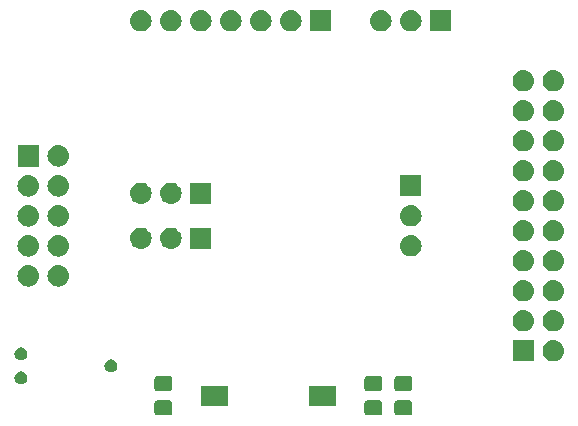
<source format=gbr>
G04 #@! TF.GenerationSoftware,KiCad,Pcbnew,5.1.4-e60b266~84~ubuntu19.04.1*
G04 #@! TF.CreationDate,2019-09-18T22:19:55+02:00*
G04 #@! TF.ProjectId,jlink-tagConnect-adapter,6a6c696e-6b2d-4746-9167-436f6e6e6563,rev?*
G04 #@! TF.SameCoordinates,Original*
G04 #@! TF.FileFunction,Soldermask,Top*
G04 #@! TF.FilePolarity,Negative*
%FSLAX46Y46*%
G04 Gerber Fmt 4.6, Leading zero omitted, Abs format (unit mm)*
G04 Created by KiCad (PCBNEW 5.1.4-e60b266~84~ubuntu19.04.1) date 2019-09-18 22:19:55*
%MOMM*%
%LPD*%
G04 APERTURE LIST*
%ADD10C,0.100000*%
G04 APERTURE END LIST*
D10*
G36*
X111205674Y-113814465D02*
G01*
X111243367Y-113825899D01*
X111278103Y-113844466D01*
X111308548Y-113869452D01*
X111333534Y-113899897D01*
X111352101Y-113934633D01*
X111363535Y-113972326D01*
X111368000Y-114017661D01*
X111368000Y-114854339D01*
X111363535Y-114899674D01*
X111352101Y-114937367D01*
X111333534Y-114972103D01*
X111308548Y-115002548D01*
X111278103Y-115027534D01*
X111243367Y-115046101D01*
X111205674Y-115057535D01*
X111160339Y-115062000D01*
X110073661Y-115062000D01*
X110028326Y-115057535D01*
X109990633Y-115046101D01*
X109955897Y-115027534D01*
X109925452Y-115002548D01*
X109900466Y-114972103D01*
X109881899Y-114937367D01*
X109870465Y-114899674D01*
X109866000Y-114854339D01*
X109866000Y-114017661D01*
X109870465Y-113972326D01*
X109881899Y-113934633D01*
X109900466Y-113899897D01*
X109925452Y-113869452D01*
X109955897Y-113844466D01*
X109990633Y-113825899D01*
X110028326Y-113814465D01*
X110073661Y-113810000D01*
X111160339Y-113810000D01*
X111205674Y-113814465D01*
X111205674Y-113814465D01*
G37*
G36*
X128985674Y-113814465D02*
G01*
X129023367Y-113825899D01*
X129058103Y-113844466D01*
X129088548Y-113869452D01*
X129113534Y-113899897D01*
X129132101Y-113934633D01*
X129143535Y-113972326D01*
X129148000Y-114017661D01*
X129148000Y-114854339D01*
X129143535Y-114899674D01*
X129132101Y-114937367D01*
X129113534Y-114972103D01*
X129088548Y-115002548D01*
X129058103Y-115027534D01*
X129023367Y-115046101D01*
X128985674Y-115057535D01*
X128940339Y-115062000D01*
X127853661Y-115062000D01*
X127808326Y-115057535D01*
X127770633Y-115046101D01*
X127735897Y-115027534D01*
X127705452Y-115002548D01*
X127680466Y-114972103D01*
X127661899Y-114937367D01*
X127650465Y-114899674D01*
X127646000Y-114854339D01*
X127646000Y-114017661D01*
X127650465Y-113972326D01*
X127661899Y-113934633D01*
X127680466Y-113899897D01*
X127705452Y-113869452D01*
X127735897Y-113844466D01*
X127770633Y-113825899D01*
X127808326Y-113814465D01*
X127853661Y-113810000D01*
X128940339Y-113810000D01*
X128985674Y-113814465D01*
X128985674Y-113814465D01*
G37*
G36*
X131525674Y-113814465D02*
G01*
X131563367Y-113825899D01*
X131598103Y-113844466D01*
X131628548Y-113869452D01*
X131653534Y-113899897D01*
X131672101Y-113934633D01*
X131683535Y-113972326D01*
X131688000Y-114017661D01*
X131688000Y-114854339D01*
X131683535Y-114899674D01*
X131672101Y-114937367D01*
X131653534Y-114972103D01*
X131628548Y-115002548D01*
X131598103Y-115027534D01*
X131563367Y-115046101D01*
X131525674Y-115057535D01*
X131480339Y-115062000D01*
X130393661Y-115062000D01*
X130348326Y-115057535D01*
X130310633Y-115046101D01*
X130275897Y-115027534D01*
X130245452Y-115002548D01*
X130220466Y-114972103D01*
X130201899Y-114937367D01*
X130190465Y-114899674D01*
X130186000Y-114854339D01*
X130186000Y-114017661D01*
X130190465Y-113972326D01*
X130201899Y-113934633D01*
X130220466Y-113899897D01*
X130245452Y-113869452D01*
X130275897Y-113844466D01*
X130310633Y-113825899D01*
X130348326Y-113814465D01*
X130393661Y-113810000D01*
X131480339Y-113810000D01*
X131525674Y-113814465D01*
X131525674Y-113814465D01*
G37*
G36*
X125238000Y-114262000D02*
G01*
X122956000Y-114262000D01*
X122956000Y-112560000D01*
X125238000Y-112560000D01*
X125238000Y-114262000D01*
X125238000Y-114262000D01*
G37*
G36*
X116058000Y-114262000D02*
G01*
X113776000Y-114262000D01*
X113776000Y-112560000D01*
X116058000Y-112560000D01*
X116058000Y-114262000D01*
X116058000Y-114262000D01*
G37*
G36*
X111205674Y-111764465D02*
G01*
X111243367Y-111775899D01*
X111278103Y-111794466D01*
X111308548Y-111819452D01*
X111333534Y-111849897D01*
X111352101Y-111884633D01*
X111363535Y-111922326D01*
X111368000Y-111967661D01*
X111368000Y-112804339D01*
X111363535Y-112849674D01*
X111352101Y-112887367D01*
X111333534Y-112922103D01*
X111308548Y-112952548D01*
X111278103Y-112977534D01*
X111243367Y-112996101D01*
X111205674Y-113007535D01*
X111160339Y-113012000D01*
X110073661Y-113012000D01*
X110028326Y-113007535D01*
X109990633Y-112996101D01*
X109955897Y-112977534D01*
X109925452Y-112952548D01*
X109900466Y-112922103D01*
X109881899Y-112887367D01*
X109870465Y-112849674D01*
X109866000Y-112804339D01*
X109866000Y-111967661D01*
X109870465Y-111922326D01*
X109881899Y-111884633D01*
X109900466Y-111849897D01*
X109925452Y-111819452D01*
X109955897Y-111794466D01*
X109990633Y-111775899D01*
X110028326Y-111764465D01*
X110073661Y-111760000D01*
X111160339Y-111760000D01*
X111205674Y-111764465D01*
X111205674Y-111764465D01*
G37*
G36*
X131525674Y-111764465D02*
G01*
X131563367Y-111775899D01*
X131598103Y-111794466D01*
X131628548Y-111819452D01*
X131653534Y-111849897D01*
X131672101Y-111884633D01*
X131683535Y-111922326D01*
X131688000Y-111967661D01*
X131688000Y-112804339D01*
X131683535Y-112849674D01*
X131672101Y-112887367D01*
X131653534Y-112922103D01*
X131628548Y-112952548D01*
X131598103Y-112977534D01*
X131563367Y-112996101D01*
X131525674Y-113007535D01*
X131480339Y-113012000D01*
X130393661Y-113012000D01*
X130348326Y-113007535D01*
X130310633Y-112996101D01*
X130275897Y-112977534D01*
X130245452Y-112952548D01*
X130220466Y-112922103D01*
X130201899Y-112887367D01*
X130190465Y-112849674D01*
X130186000Y-112804339D01*
X130186000Y-111967661D01*
X130190465Y-111922326D01*
X130201899Y-111884633D01*
X130220466Y-111849897D01*
X130245452Y-111819452D01*
X130275897Y-111794466D01*
X130310633Y-111775899D01*
X130348326Y-111764465D01*
X130393661Y-111760000D01*
X131480339Y-111760000D01*
X131525674Y-111764465D01*
X131525674Y-111764465D01*
G37*
G36*
X128985674Y-111764465D02*
G01*
X129023367Y-111775899D01*
X129058103Y-111794466D01*
X129088548Y-111819452D01*
X129113534Y-111849897D01*
X129132101Y-111884633D01*
X129143535Y-111922326D01*
X129148000Y-111967661D01*
X129148000Y-112804339D01*
X129143535Y-112849674D01*
X129132101Y-112887367D01*
X129113534Y-112922103D01*
X129088548Y-112952548D01*
X129058103Y-112977534D01*
X129023367Y-112996101D01*
X128985674Y-113007535D01*
X128940339Y-113012000D01*
X127853661Y-113012000D01*
X127808326Y-113007535D01*
X127770633Y-112996101D01*
X127735897Y-112977534D01*
X127705452Y-112952548D01*
X127680466Y-112922103D01*
X127661899Y-112887367D01*
X127650465Y-112849674D01*
X127646000Y-112804339D01*
X127646000Y-111967661D01*
X127650465Y-111922326D01*
X127661899Y-111884633D01*
X127680466Y-111849897D01*
X127705452Y-111819452D01*
X127735897Y-111794466D01*
X127770633Y-111775899D01*
X127808326Y-111764465D01*
X127853661Y-111760000D01*
X128940339Y-111760000D01*
X128985674Y-111764465D01*
X128985674Y-111764465D01*
G37*
G36*
X98658578Y-111351197D02*
G01*
X98711350Y-111361694D01*
X98810770Y-111402875D01*
X98900246Y-111462661D01*
X98976339Y-111538754D01*
X99036125Y-111628230D01*
X99077306Y-111727650D01*
X99098300Y-111833194D01*
X99098300Y-111940806D01*
X99077306Y-112046350D01*
X99036125Y-112145770D01*
X98976339Y-112235246D01*
X98900246Y-112311339D01*
X98810770Y-112371125D01*
X98711350Y-112412306D01*
X98658578Y-112422803D01*
X98605807Y-112433300D01*
X98498193Y-112433300D01*
X98445422Y-112422803D01*
X98392650Y-112412306D01*
X98293230Y-112371125D01*
X98203754Y-112311339D01*
X98127661Y-112235246D01*
X98067875Y-112145770D01*
X98026694Y-112046350D01*
X98005700Y-111940806D01*
X98005700Y-111833194D01*
X98026694Y-111727650D01*
X98067875Y-111628230D01*
X98127661Y-111538754D01*
X98203754Y-111462661D01*
X98293230Y-111402875D01*
X98392650Y-111361694D01*
X98445422Y-111351197D01*
X98498193Y-111340700D01*
X98605807Y-111340700D01*
X98658578Y-111351197D01*
X98658578Y-111351197D01*
G37*
G36*
X106278578Y-110335197D02*
G01*
X106331350Y-110345694D01*
X106430770Y-110386875D01*
X106520246Y-110446661D01*
X106596339Y-110522754D01*
X106656125Y-110612230D01*
X106697306Y-110711650D01*
X106718300Y-110817194D01*
X106718300Y-110924806D01*
X106697306Y-111030350D01*
X106656125Y-111129770D01*
X106596339Y-111219246D01*
X106520246Y-111295339D01*
X106430770Y-111355125D01*
X106331350Y-111396306D01*
X106298325Y-111402875D01*
X106225807Y-111417300D01*
X106118193Y-111417300D01*
X106045675Y-111402875D01*
X106012650Y-111396306D01*
X105913230Y-111355125D01*
X105823754Y-111295339D01*
X105747661Y-111219246D01*
X105687875Y-111129770D01*
X105646694Y-111030350D01*
X105625700Y-110924806D01*
X105625700Y-110817194D01*
X105646694Y-110711650D01*
X105687875Y-110612230D01*
X105747661Y-110522754D01*
X105823754Y-110446661D01*
X105913230Y-110386875D01*
X106012650Y-110345694D01*
X106065422Y-110335197D01*
X106118193Y-110324700D01*
X106225807Y-110324700D01*
X106278578Y-110335197D01*
X106278578Y-110335197D01*
G37*
G36*
X143747443Y-108706519D02*
G01*
X143813627Y-108713037D01*
X143983466Y-108764557D01*
X144139991Y-108848222D01*
X144175729Y-108877552D01*
X144277186Y-108960814D01*
X144360448Y-109062271D01*
X144389778Y-109098009D01*
X144473443Y-109254534D01*
X144524963Y-109424373D01*
X144542359Y-109601000D01*
X144524963Y-109777627D01*
X144473443Y-109947466D01*
X144389778Y-110103991D01*
X144360448Y-110139729D01*
X144277186Y-110241186D01*
X144175729Y-110324448D01*
X144139991Y-110353778D01*
X143983466Y-110437443D01*
X143813627Y-110488963D01*
X143747443Y-110495481D01*
X143681260Y-110502000D01*
X143592740Y-110502000D01*
X143526557Y-110495481D01*
X143460373Y-110488963D01*
X143290534Y-110437443D01*
X143134009Y-110353778D01*
X143098271Y-110324448D01*
X142996814Y-110241186D01*
X142913552Y-110139729D01*
X142884222Y-110103991D01*
X142800557Y-109947466D01*
X142749037Y-109777627D01*
X142731641Y-109601000D01*
X142749037Y-109424373D01*
X142800557Y-109254534D01*
X142884222Y-109098009D01*
X142913552Y-109062271D01*
X142996814Y-108960814D01*
X143098271Y-108877552D01*
X143134009Y-108848222D01*
X143290534Y-108764557D01*
X143460373Y-108713037D01*
X143526557Y-108706519D01*
X143592740Y-108700000D01*
X143681260Y-108700000D01*
X143747443Y-108706519D01*
X143747443Y-108706519D01*
G37*
G36*
X141998000Y-110502000D02*
G01*
X140196000Y-110502000D01*
X140196000Y-108700000D01*
X141998000Y-108700000D01*
X141998000Y-110502000D01*
X141998000Y-110502000D01*
G37*
G36*
X98658578Y-109319197D02*
G01*
X98711350Y-109329694D01*
X98810770Y-109370875D01*
X98900246Y-109430661D01*
X98976339Y-109506754D01*
X99036125Y-109596230D01*
X99077306Y-109695650D01*
X99098300Y-109801194D01*
X99098300Y-109908806D01*
X99077306Y-110014350D01*
X99036125Y-110113770D01*
X98976339Y-110203246D01*
X98900246Y-110279339D01*
X98810770Y-110339125D01*
X98711350Y-110380306D01*
X98678325Y-110386875D01*
X98605807Y-110401300D01*
X98498193Y-110401300D01*
X98425675Y-110386875D01*
X98392650Y-110380306D01*
X98293230Y-110339125D01*
X98203754Y-110279339D01*
X98127661Y-110203246D01*
X98067875Y-110113770D01*
X98026694Y-110014350D01*
X98005700Y-109908806D01*
X98005700Y-109801194D01*
X98026694Y-109695650D01*
X98067875Y-109596230D01*
X98127661Y-109506754D01*
X98203754Y-109430661D01*
X98293230Y-109370875D01*
X98392650Y-109329694D01*
X98445422Y-109319197D01*
X98498193Y-109308700D01*
X98605807Y-109308700D01*
X98658578Y-109319197D01*
X98658578Y-109319197D01*
G37*
G36*
X143747442Y-106166518D02*
G01*
X143813627Y-106173037D01*
X143983466Y-106224557D01*
X144139991Y-106308222D01*
X144175729Y-106337552D01*
X144277186Y-106420814D01*
X144360448Y-106522271D01*
X144389778Y-106558009D01*
X144473443Y-106714534D01*
X144524963Y-106884373D01*
X144542359Y-107061000D01*
X144524963Y-107237627D01*
X144473443Y-107407466D01*
X144389778Y-107563991D01*
X144360448Y-107599729D01*
X144277186Y-107701186D01*
X144175729Y-107784448D01*
X144139991Y-107813778D01*
X143983466Y-107897443D01*
X143813627Y-107948963D01*
X143747443Y-107955481D01*
X143681260Y-107962000D01*
X143592740Y-107962000D01*
X143526557Y-107955481D01*
X143460373Y-107948963D01*
X143290534Y-107897443D01*
X143134009Y-107813778D01*
X143098271Y-107784448D01*
X142996814Y-107701186D01*
X142913552Y-107599729D01*
X142884222Y-107563991D01*
X142800557Y-107407466D01*
X142749037Y-107237627D01*
X142731641Y-107061000D01*
X142749037Y-106884373D01*
X142800557Y-106714534D01*
X142884222Y-106558009D01*
X142913552Y-106522271D01*
X142996814Y-106420814D01*
X143098271Y-106337552D01*
X143134009Y-106308222D01*
X143290534Y-106224557D01*
X143460373Y-106173037D01*
X143526558Y-106166518D01*
X143592740Y-106160000D01*
X143681260Y-106160000D01*
X143747442Y-106166518D01*
X143747442Y-106166518D01*
G37*
G36*
X141207442Y-106166518D02*
G01*
X141273627Y-106173037D01*
X141443466Y-106224557D01*
X141599991Y-106308222D01*
X141635729Y-106337552D01*
X141737186Y-106420814D01*
X141820448Y-106522271D01*
X141849778Y-106558009D01*
X141933443Y-106714534D01*
X141984963Y-106884373D01*
X142002359Y-107061000D01*
X141984963Y-107237627D01*
X141933443Y-107407466D01*
X141849778Y-107563991D01*
X141820448Y-107599729D01*
X141737186Y-107701186D01*
X141635729Y-107784448D01*
X141599991Y-107813778D01*
X141443466Y-107897443D01*
X141273627Y-107948963D01*
X141207443Y-107955481D01*
X141141260Y-107962000D01*
X141052740Y-107962000D01*
X140986557Y-107955481D01*
X140920373Y-107948963D01*
X140750534Y-107897443D01*
X140594009Y-107813778D01*
X140558271Y-107784448D01*
X140456814Y-107701186D01*
X140373552Y-107599729D01*
X140344222Y-107563991D01*
X140260557Y-107407466D01*
X140209037Y-107237627D01*
X140191641Y-107061000D01*
X140209037Y-106884373D01*
X140260557Y-106714534D01*
X140344222Y-106558009D01*
X140373552Y-106522271D01*
X140456814Y-106420814D01*
X140558271Y-106337552D01*
X140594009Y-106308222D01*
X140750534Y-106224557D01*
X140920373Y-106173037D01*
X140986558Y-106166518D01*
X141052740Y-106160000D01*
X141141260Y-106160000D01*
X141207442Y-106166518D01*
X141207442Y-106166518D01*
G37*
G36*
X141207442Y-103626518D02*
G01*
X141273627Y-103633037D01*
X141443466Y-103684557D01*
X141599991Y-103768222D01*
X141635729Y-103797552D01*
X141737186Y-103880814D01*
X141820448Y-103982271D01*
X141849778Y-104018009D01*
X141933443Y-104174534D01*
X141984963Y-104344373D01*
X142002359Y-104521000D01*
X141984963Y-104697627D01*
X141933443Y-104867466D01*
X141849778Y-105023991D01*
X141820448Y-105059729D01*
X141737186Y-105161186D01*
X141635729Y-105244448D01*
X141599991Y-105273778D01*
X141443466Y-105357443D01*
X141273627Y-105408963D01*
X141207442Y-105415482D01*
X141141260Y-105422000D01*
X141052740Y-105422000D01*
X140986558Y-105415482D01*
X140920373Y-105408963D01*
X140750534Y-105357443D01*
X140594009Y-105273778D01*
X140558271Y-105244448D01*
X140456814Y-105161186D01*
X140373552Y-105059729D01*
X140344222Y-105023991D01*
X140260557Y-104867466D01*
X140209037Y-104697627D01*
X140191641Y-104521000D01*
X140209037Y-104344373D01*
X140260557Y-104174534D01*
X140344222Y-104018009D01*
X140373552Y-103982271D01*
X140456814Y-103880814D01*
X140558271Y-103797552D01*
X140594009Y-103768222D01*
X140750534Y-103684557D01*
X140920373Y-103633037D01*
X140986558Y-103626518D01*
X141052740Y-103620000D01*
X141141260Y-103620000D01*
X141207442Y-103626518D01*
X141207442Y-103626518D01*
G37*
G36*
X143747442Y-103626518D02*
G01*
X143813627Y-103633037D01*
X143983466Y-103684557D01*
X144139991Y-103768222D01*
X144175729Y-103797552D01*
X144277186Y-103880814D01*
X144360448Y-103982271D01*
X144389778Y-104018009D01*
X144473443Y-104174534D01*
X144524963Y-104344373D01*
X144542359Y-104521000D01*
X144524963Y-104697627D01*
X144473443Y-104867466D01*
X144389778Y-105023991D01*
X144360448Y-105059729D01*
X144277186Y-105161186D01*
X144175729Y-105244448D01*
X144139991Y-105273778D01*
X143983466Y-105357443D01*
X143813627Y-105408963D01*
X143747442Y-105415482D01*
X143681260Y-105422000D01*
X143592740Y-105422000D01*
X143526558Y-105415482D01*
X143460373Y-105408963D01*
X143290534Y-105357443D01*
X143134009Y-105273778D01*
X143098271Y-105244448D01*
X142996814Y-105161186D01*
X142913552Y-105059729D01*
X142884222Y-105023991D01*
X142800557Y-104867466D01*
X142749037Y-104697627D01*
X142731641Y-104521000D01*
X142749037Y-104344373D01*
X142800557Y-104174534D01*
X142884222Y-104018009D01*
X142913552Y-103982271D01*
X142996814Y-103880814D01*
X143098271Y-103797552D01*
X143134009Y-103768222D01*
X143290534Y-103684557D01*
X143460373Y-103633037D01*
X143526558Y-103626518D01*
X143592740Y-103620000D01*
X143681260Y-103620000D01*
X143747442Y-103626518D01*
X143747442Y-103626518D01*
G37*
G36*
X101906294Y-102349633D02*
G01*
X102078695Y-102401931D01*
X102237583Y-102486858D01*
X102376849Y-102601151D01*
X102491142Y-102740417D01*
X102576069Y-102899305D01*
X102628367Y-103071706D01*
X102646025Y-103251000D01*
X102628367Y-103430294D01*
X102576069Y-103602695D01*
X102491142Y-103761583D01*
X102376849Y-103900849D01*
X102237583Y-104015142D01*
X102078695Y-104100069D01*
X101906294Y-104152367D01*
X101771931Y-104165600D01*
X101682069Y-104165600D01*
X101547706Y-104152367D01*
X101375305Y-104100069D01*
X101216417Y-104015142D01*
X101077151Y-103900849D01*
X100962858Y-103761583D01*
X100877931Y-103602695D01*
X100825633Y-103430294D01*
X100807975Y-103251000D01*
X100825633Y-103071706D01*
X100877931Y-102899305D01*
X100962858Y-102740417D01*
X101077151Y-102601151D01*
X101216417Y-102486858D01*
X101375305Y-102401931D01*
X101547706Y-102349633D01*
X101682069Y-102336400D01*
X101771931Y-102336400D01*
X101906294Y-102349633D01*
X101906294Y-102349633D01*
G37*
G36*
X99366294Y-102349633D02*
G01*
X99538695Y-102401931D01*
X99697583Y-102486858D01*
X99836849Y-102601151D01*
X99951142Y-102740417D01*
X100036069Y-102899305D01*
X100088367Y-103071706D01*
X100106025Y-103251000D01*
X100088367Y-103430294D01*
X100036069Y-103602695D01*
X99951142Y-103761583D01*
X99836849Y-103900849D01*
X99697583Y-104015142D01*
X99538695Y-104100069D01*
X99366294Y-104152367D01*
X99231931Y-104165600D01*
X99142069Y-104165600D01*
X99007706Y-104152367D01*
X98835305Y-104100069D01*
X98676417Y-104015142D01*
X98537151Y-103900849D01*
X98422858Y-103761583D01*
X98337931Y-103602695D01*
X98285633Y-103430294D01*
X98267975Y-103251000D01*
X98285633Y-103071706D01*
X98337931Y-102899305D01*
X98422858Y-102740417D01*
X98537151Y-102601151D01*
X98676417Y-102486858D01*
X98835305Y-102401931D01*
X99007706Y-102349633D01*
X99142069Y-102336400D01*
X99231931Y-102336400D01*
X99366294Y-102349633D01*
X99366294Y-102349633D01*
G37*
G36*
X141207443Y-101086519D02*
G01*
X141273627Y-101093037D01*
X141443466Y-101144557D01*
X141599991Y-101228222D01*
X141635729Y-101257552D01*
X141737186Y-101340814D01*
X141820448Y-101442271D01*
X141849778Y-101478009D01*
X141933443Y-101634534D01*
X141984963Y-101804373D01*
X142002359Y-101981000D01*
X141984963Y-102157627D01*
X141933443Y-102327466D01*
X141849778Y-102483991D01*
X141847425Y-102486858D01*
X141737186Y-102621186D01*
X141635729Y-102704448D01*
X141599991Y-102733778D01*
X141443466Y-102817443D01*
X141273627Y-102868963D01*
X141207443Y-102875481D01*
X141141260Y-102882000D01*
X141052740Y-102882000D01*
X140986557Y-102875481D01*
X140920373Y-102868963D01*
X140750534Y-102817443D01*
X140594009Y-102733778D01*
X140558271Y-102704448D01*
X140456814Y-102621186D01*
X140346575Y-102486858D01*
X140344222Y-102483991D01*
X140260557Y-102327466D01*
X140209037Y-102157627D01*
X140191641Y-101981000D01*
X140209037Y-101804373D01*
X140260557Y-101634534D01*
X140344222Y-101478009D01*
X140373552Y-101442271D01*
X140456814Y-101340814D01*
X140558271Y-101257552D01*
X140594009Y-101228222D01*
X140750534Y-101144557D01*
X140920373Y-101093037D01*
X140986557Y-101086519D01*
X141052740Y-101080000D01*
X141141260Y-101080000D01*
X141207443Y-101086519D01*
X141207443Y-101086519D01*
G37*
G36*
X143747443Y-101086519D02*
G01*
X143813627Y-101093037D01*
X143983466Y-101144557D01*
X144139991Y-101228222D01*
X144175729Y-101257552D01*
X144277186Y-101340814D01*
X144360448Y-101442271D01*
X144389778Y-101478009D01*
X144473443Y-101634534D01*
X144524963Y-101804373D01*
X144542359Y-101981000D01*
X144524963Y-102157627D01*
X144473443Y-102327466D01*
X144389778Y-102483991D01*
X144387425Y-102486858D01*
X144277186Y-102621186D01*
X144175729Y-102704448D01*
X144139991Y-102733778D01*
X143983466Y-102817443D01*
X143813627Y-102868963D01*
X143747443Y-102875481D01*
X143681260Y-102882000D01*
X143592740Y-102882000D01*
X143526557Y-102875481D01*
X143460373Y-102868963D01*
X143290534Y-102817443D01*
X143134009Y-102733778D01*
X143098271Y-102704448D01*
X142996814Y-102621186D01*
X142886575Y-102486858D01*
X142884222Y-102483991D01*
X142800557Y-102327466D01*
X142749037Y-102157627D01*
X142731641Y-101981000D01*
X142749037Y-101804373D01*
X142800557Y-101634534D01*
X142884222Y-101478009D01*
X142913552Y-101442271D01*
X142996814Y-101340814D01*
X143098271Y-101257552D01*
X143134009Y-101228222D01*
X143290534Y-101144557D01*
X143460373Y-101093037D01*
X143526557Y-101086519D01*
X143592740Y-101080000D01*
X143681260Y-101080000D01*
X143747443Y-101086519D01*
X143747443Y-101086519D01*
G37*
G36*
X99366294Y-99809633D02*
G01*
X99538695Y-99861931D01*
X99697583Y-99946858D01*
X99836849Y-100061151D01*
X99951142Y-100200417D01*
X100036069Y-100359305D01*
X100088367Y-100531706D01*
X100106025Y-100711000D01*
X100088367Y-100890294D01*
X100036069Y-101062695D01*
X99951142Y-101221583D01*
X99836849Y-101360849D01*
X99697583Y-101475142D01*
X99538695Y-101560069D01*
X99366294Y-101612367D01*
X99231931Y-101625600D01*
X99142069Y-101625600D01*
X99007706Y-101612367D01*
X98835305Y-101560069D01*
X98676417Y-101475142D01*
X98537151Y-101360849D01*
X98422858Y-101221583D01*
X98337931Y-101062695D01*
X98285633Y-100890294D01*
X98267975Y-100711000D01*
X98285633Y-100531706D01*
X98337931Y-100359305D01*
X98422858Y-100200417D01*
X98537151Y-100061151D01*
X98676417Y-99946858D01*
X98835305Y-99861931D01*
X99007706Y-99809633D01*
X99142069Y-99796400D01*
X99231931Y-99796400D01*
X99366294Y-99809633D01*
X99366294Y-99809633D01*
G37*
G36*
X101906294Y-99809633D02*
G01*
X102078695Y-99861931D01*
X102237583Y-99946858D01*
X102376849Y-100061151D01*
X102491142Y-100200417D01*
X102576069Y-100359305D01*
X102628367Y-100531706D01*
X102646025Y-100711000D01*
X102628367Y-100890294D01*
X102576069Y-101062695D01*
X102491142Y-101221583D01*
X102376849Y-101360849D01*
X102237583Y-101475142D01*
X102078695Y-101560069D01*
X101906294Y-101612367D01*
X101771931Y-101625600D01*
X101682069Y-101625600D01*
X101547706Y-101612367D01*
X101375305Y-101560069D01*
X101216417Y-101475142D01*
X101077151Y-101360849D01*
X100962858Y-101221583D01*
X100877931Y-101062695D01*
X100825633Y-100890294D01*
X100807975Y-100711000D01*
X100825633Y-100531706D01*
X100877931Y-100359305D01*
X100962858Y-100200417D01*
X101077151Y-100061151D01*
X101216417Y-99946858D01*
X101375305Y-99861931D01*
X101547706Y-99809633D01*
X101682069Y-99796400D01*
X101771931Y-99796400D01*
X101906294Y-99809633D01*
X101906294Y-99809633D01*
G37*
G36*
X131682442Y-99816518D02*
G01*
X131748627Y-99823037D01*
X131918466Y-99874557D01*
X132074991Y-99958222D01*
X132110729Y-99987552D01*
X132212186Y-100070814D01*
X132295448Y-100172271D01*
X132324778Y-100208009D01*
X132324779Y-100208011D01*
X132405648Y-100359304D01*
X132408443Y-100364534D01*
X132459963Y-100534373D01*
X132477359Y-100711000D01*
X132459963Y-100887627D01*
X132432852Y-100977000D01*
X132408442Y-101057468D01*
X132396398Y-101080000D01*
X132324778Y-101213991D01*
X132295448Y-101249729D01*
X132212186Y-101351186D01*
X132110729Y-101434448D01*
X132074991Y-101463778D01*
X131918466Y-101547443D01*
X131748627Y-101598963D01*
X131682442Y-101605482D01*
X131616260Y-101612000D01*
X131527740Y-101612000D01*
X131461557Y-101605481D01*
X131395373Y-101598963D01*
X131225534Y-101547443D01*
X131069009Y-101463778D01*
X131033271Y-101434448D01*
X130931814Y-101351186D01*
X130848552Y-101249729D01*
X130819222Y-101213991D01*
X130747602Y-101080000D01*
X130735558Y-101057468D01*
X130711148Y-100977000D01*
X130684037Y-100887627D01*
X130666641Y-100711000D01*
X130684037Y-100534373D01*
X130735557Y-100364534D01*
X130738353Y-100359304D01*
X130819221Y-100208011D01*
X130819222Y-100208009D01*
X130848552Y-100172271D01*
X130931814Y-100070814D01*
X131033271Y-99987552D01*
X131069009Y-99958222D01*
X131225534Y-99874557D01*
X131395373Y-99823037D01*
X131461558Y-99816518D01*
X131527740Y-99810000D01*
X131616260Y-99810000D01*
X131682442Y-99816518D01*
X131682442Y-99816518D01*
G37*
G36*
X108822442Y-99181518D02*
G01*
X108888627Y-99188037D01*
X109058466Y-99239557D01*
X109214991Y-99323222D01*
X109250729Y-99352552D01*
X109352186Y-99435814D01*
X109435448Y-99537271D01*
X109464778Y-99573009D01*
X109548443Y-99729534D01*
X109599963Y-99899373D01*
X109617359Y-100076000D01*
X109599963Y-100252627D01*
X109548443Y-100422466D01*
X109464778Y-100578991D01*
X109435448Y-100614729D01*
X109352186Y-100716186D01*
X109250729Y-100799448D01*
X109214991Y-100828778D01*
X109058466Y-100912443D01*
X108888627Y-100963963D01*
X108822442Y-100970482D01*
X108756260Y-100977000D01*
X108667740Y-100977000D01*
X108601558Y-100970482D01*
X108535373Y-100963963D01*
X108365534Y-100912443D01*
X108209009Y-100828778D01*
X108173271Y-100799448D01*
X108071814Y-100716186D01*
X107988552Y-100614729D01*
X107959222Y-100578991D01*
X107875557Y-100422466D01*
X107824037Y-100252627D01*
X107806641Y-100076000D01*
X107824037Y-99899373D01*
X107875557Y-99729534D01*
X107959222Y-99573009D01*
X107988552Y-99537271D01*
X108071814Y-99435814D01*
X108173271Y-99352552D01*
X108209009Y-99323222D01*
X108365534Y-99239557D01*
X108535373Y-99188037D01*
X108601558Y-99181518D01*
X108667740Y-99175000D01*
X108756260Y-99175000D01*
X108822442Y-99181518D01*
X108822442Y-99181518D01*
G37*
G36*
X111362442Y-99181518D02*
G01*
X111428627Y-99188037D01*
X111598466Y-99239557D01*
X111754991Y-99323222D01*
X111790729Y-99352552D01*
X111892186Y-99435814D01*
X111975448Y-99537271D01*
X112004778Y-99573009D01*
X112088443Y-99729534D01*
X112139963Y-99899373D01*
X112157359Y-100076000D01*
X112139963Y-100252627D01*
X112088443Y-100422466D01*
X112004778Y-100578991D01*
X111975448Y-100614729D01*
X111892186Y-100716186D01*
X111790729Y-100799448D01*
X111754991Y-100828778D01*
X111598466Y-100912443D01*
X111428627Y-100963963D01*
X111362442Y-100970482D01*
X111296260Y-100977000D01*
X111207740Y-100977000D01*
X111141558Y-100970482D01*
X111075373Y-100963963D01*
X110905534Y-100912443D01*
X110749009Y-100828778D01*
X110713271Y-100799448D01*
X110611814Y-100716186D01*
X110528552Y-100614729D01*
X110499222Y-100578991D01*
X110415557Y-100422466D01*
X110364037Y-100252627D01*
X110346641Y-100076000D01*
X110364037Y-99899373D01*
X110415557Y-99729534D01*
X110499222Y-99573009D01*
X110528552Y-99537271D01*
X110611814Y-99435814D01*
X110713271Y-99352552D01*
X110749009Y-99323222D01*
X110905534Y-99239557D01*
X111075373Y-99188037D01*
X111141558Y-99181518D01*
X111207740Y-99175000D01*
X111296260Y-99175000D01*
X111362442Y-99181518D01*
X111362442Y-99181518D01*
G37*
G36*
X114693000Y-100977000D02*
G01*
X112891000Y-100977000D01*
X112891000Y-99175000D01*
X114693000Y-99175000D01*
X114693000Y-100977000D01*
X114693000Y-100977000D01*
G37*
G36*
X143747442Y-98546518D02*
G01*
X143813627Y-98553037D01*
X143983466Y-98604557D01*
X144139991Y-98688222D01*
X144175729Y-98717552D01*
X144277186Y-98800814D01*
X144360448Y-98902271D01*
X144389778Y-98938009D01*
X144473443Y-99094534D01*
X144524963Y-99264373D01*
X144542359Y-99441000D01*
X144524963Y-99617627D01*
X144473443Y-99787466D01*
X144389778Y-99943991D01*
X144360448Y-99979729D01*
X144277186Y-100081186D01*
X144175729Y-100164448D01*
X144139991Y-100193778D01*
X143983466Y-100277443D01*
X143813627Y-100328963D01*
X143747443Y-100335481D01*
X143681260Y-100342000D01*
X143592740Y-100342000D01*
X143526557Y-100335481D01*
X143460373Y-100328963D01*
X143290534Y-100277443D01*
X143134009Y-100193778D01*
X143098271Y-100164448D01*
X142996814Y-100081186D01*
X142913552Y-99979729D01*
X142884222Y-99943991D01*
X142800557Y-99787466D01*
X142749037Y-99617627D01*
X142731641Y-99441000D01*
X142749037Y-99264373D01*
X142800557Y-99094534D01*
X142884222Y-98938009D01*
X142913552Y-98902271D01*
X142996814Y-98800814D01*
X143098271Y-98717552D01*
X143134009Y-98688222D01*
X143290534Y-98604557D01*
X143460373Y-98553037D01*
X143526558Y-98546518D01*
X143592740Y-98540000D01*
X143681260Y-98540000D01*
X143747442Y-98546518D01*
X143747442Y-98546518D01*
G37*
G36*
X141207442Y-98546518D02*
G01*
X141273627Y-98553037D01*
X141443466Y-98604557D01*
X141599991Y-98688222D01*
X141635729Y-98717552D01*
X141737186Y-98800814D01*
X141820448Y-98902271D01*
X141849778Y-98938009D01*
X141933443Y-99094534D01*
X141984963Y-99264373D01*
X142002359Y-99441000D01*
X141984963Y-99617627D01*
X141933443Y-99787466D01*
X141849778Y-99943991D01*
X141820448Y-99979729D01*
X141737186Y-100081186D01*
X141635729Y-100164448D01*
X141599991Y-100193778D01*
X141443466Y-100277443D01*
X141273627Y-100328963D01*
X141207443Y-100335481D01*
X141141260Y-100342000D01*
X141052740Y-100342000D01*
X140986557Y-100335481D01*
X140920373Y-100328963D01*
X140750534Y-100277443D01*
X140594009Y-100193778D01*
X140558271Y-100164448D01*
X140456814Y-100081186D01*
X140373552Y-99979729D01*
X140344222Y-99943991D01*
X140260557Y-99787466D01*
X140209037Y-99617627D01*
X140191641Y-99441000D01*
X140209037Y-99264373D01*
X140260557Y-99094534D01*
X140344222Y-98938009D01*
X140373552Y-98902271D01*
X140456814Y-98800814D01*
X140558271Y-98717552D01*
X140594009Y-98688222D01*
X140750534Y-98604557D01*
X140920373Y-98553037D01*
X140986558Y-98546518D01*
X141052740Y-98540000D01*
X141141260Y-98540000D01*
X141207442Y-98546518D01*
X141207442Y-98546518D01*
G37*
G36*
X101906294Y-97269633D02*
G01*
X102078695Y-97321931D01*
X102237583Y-97406858D01*
X102376849Y-97521151D01*
X102491142Y-97660417D01*
X102576069Y-97819305D01*
X102628367Y-97991706D01*
X102646025Y-98171000D01*
X102628367Y-98350294D01*
X102576069Y-98522695D01*
X102491142Y-98681583D01*
X102376849Y-98820849D01*
X102237583Y-98935142D01*
X102078695Y-99020069D01*
X101906294Y-99072367D01*
X101771931Y-99085600D01*
X101682069Y-99085600D01*
X101547706Y-99072367D01*
X101375305Y-99020069D01*
X101216417Y-98935142D01*
X101077151Y-98820849D01*
X100962858Y-98681583D01*
X100877931Y-98522695D01*
X100825633Y-98350294D01*
X100807975Y-98171000D01*
X100825633Y-97991706D01*
X100877931Y-97819305D01*
X100962858Y-97660417D01*
X101077151Y-97521151D01*
X101216417Y-97406858D01*
X101375305Y-97321931D01*
X101547706Y-97269633D01*
X101682069Y-97256400D01*
X101771931Y-97256400D01*
X101906294Y-97269633D01*
X101906294Y-97269633D01*
G37*
G36*
X99366294Y-97269633D02*
G01*
X99538695Y-97321931D01*
X99697583Y-97406858D01*
X99836849Y-97521151D01*
X99951142Y-97660417D01*
X100036069Y-97819305D01*
X100088367Y-97991706D01*
X100106025Y-98171000D01*
X100088367Y-98350294D01*
X100036069Y-98522695D01*
X99951142Y-98681583D01*
X99836849Y-98820849D01*
X99697583Y-98935142D01*
X99538695Y-99020069D01*
X99366294Y-99072367D01*
X99231931Y-99085600D01*
X99142069Y-99085600D01*
X99007706Y-99072367D01*
X98835305Y-99020069D01*
X98676417Y-98935142D01*
X98537151Y-98820849D01*
X98422858Y-98681583D01*
X98337931Y-98522695D01*
X98285633Y-98350294D01*
X98267975Y-98171000D01*
X98285633Y-97991706D01*
X98337931Y-97819305D01*
X98422858Y-97660417D01*
X98537151Y-97521151D01*
X98676417Y-97406858D01*
X98835305Y-97321931D01*
X99007706Y-97269633D01*
X99142069Y-97256400D01*
X99231931Y-97256400D01*
X99366294Y-97269633D01*
X99366294Y-97269633D01*
G37*
G36*
X131682443Y-97276519D02*
G01*
X131748627Y-97283037D01*
X131918466Y-97334557D01*
X132074991Y-97418222D01*
X132110729Y-97447552D01*
X132212186Y-97530814D01*
X132295448Y-97632271D01*
X132324778Y-97668009D01*
X132324779Y-97668011D01*
X132405648Y-97819304D01*
X132408443Y-97824534D01*
X132459963Y-97994373D01*
X132477359Y-98171000D01*
X132459963Y-98347627D01*
X132408443Y-98517466D01*
X132408442Y-98517468D01*
X132396398Y-98540000D01*
X132324778Y-98673991D01*
X132295448Y-98709729D01*
X132212186Y-98811186D01*
X132110729Y-98894448D01*
X132074991Y-98923778D01*
X131918466Y-99007443D01*
X131748627Y-99058963D01*
X131682442Y-99065482D01*
X131616260Y-99072000D01*
X131527740Y-99072000D01*
X131461558Y-99065482D01*
X131395373Y-99058963D01*
X131225534Y-99007443D01*
X131069009Y-98923778D01*
X131033271Y-98894448D01*
X130931814Y-98811186D01*
X130848552Y-98709729D01*
X130819222Y-98673991D01*
X130747602Y-98540000D01*
X130735558Y-98517468D01*
X130735557Y-98517466D01*
X130684037Y-98347627D01*
X130666641Y-98171000D01*
X130684037Y-97994373D01*
X130735557Y-97824534D01*
X130738353Y-97819304D01*
X130819221Y-97668011D01*
X130819222Y-97668009D01*
X130848552Y-97632271D01*
X130931814Y-97530814D01*
X131033271Y-97447552D01*
X131069009Y-97418222D01*
X131225534Y-97334557D01*
X131395373Y-97283037D01*
X131461557Y-97276519D01*
X131527740Y-97270000D01*
X131616260Y-97270000D01*
X131682443Y-97276519D01*
X131682443Y-97276519D01*
G37*
G36*
X143747443Y-96006519D02*
G01*
X143813627Y-96013037D01*
X143983466Y-96064557D01*
X144139991Y-96148222D01*
X144175729Y-96177552D01*
X144277186Y-96260814D01*
X144360448Y-96362271D01*
X144389778Y-96398009D01*
X144473443Y-96554534D01*
X144524963Y-96724373D01*
X144542359Y-96901000D01*
X144524963Y-97077627D01*
X144473443Y-97247466D01*
X144389778Y-97403991D01*
X144360448Y-97439729D01*
X144277186Y-97541186D01*
X144175729Y-97624448D01*
X144139991Y-97653778D01*
X143983466Y-97737443D01*
X143813627Y-97788963D01*
X143747443Y-97795481D01*
X143681260Y-97802000D01*
X143592740Y-97802000D01*
X143526558Y-97795482D01*
X143460373Y-97788963D01*
X143290534Y-97737443D01*
X143134009Y-97653778D01*
X143098271Y-97624448D01*
X142996814Y-97541186D01*
X142913552Y-97439729D01*
X142884222Y-97403991D01*
X142800557Y-97247466D01*
X142749037Y-97077627D01*
X142731641Y-96901000D01*
X142749037Y-96724373D01*
X142800557Y-96554534D01*
X142884222Y-96398009D01*
X142913552Y-96362271D01*
X142996814Y-96260814D01*
X143098271Y-96177552D01*
X143134009Y-96148222D01*
X143290534Y-96064557D01*
X143460373Y-96013037D01*
X143526558Y-96006518D01*
X143592740Y-96000000D01*
X143681260Y-96000000D01*
X143747443Y-96006519D01*
X143747443Y-96006519D01*
G37*
G36*
X141207443Y-96006519D02*
G01*
X141273627Y-96013037D01*
X141443466Y-96064557D01*
X141599991Y-96148222D01*
X141635729Y-96177552D01*
X141737186Y-96260814D01*
X141820448Y-96362271D01*
X141849778Y-96398009D01*
X141933443Y-96554534D01*
X141984963Y-96724373D01*
X142002359Y-96901000D01*
X141984963Y-97077627D01*
X141933443Y-97247466D01*
X141849778Y-97403991D01*
X141820448Y-97439729D01*
X141737186Y-97541186D01*
X141635729Y-97624448D01*
X141599991Y-97653778D01*
X141443466Y-97737443D01*
X141273627Y-97788963D01*
X141207443Y-97795481D01*
X141141260Y-97802000D01*
X141052740Y-97802000D01*
X140986558Y-97795482D01*
X140920373Y-97788963D01*
X140750534Y-97737443D01*
X140594009Y-97653778D01*
X140558271Y-97624448D01*
X140456814Y-97541186D01*
X140373552Y-97439729D01*
X140344222Y-97403991D01*
X140260557Y-97247466D01*
X140209037Y-97077627D01*
X140191641Y-96901000D01*
X140209037Y-96724373D01*
X140260557Y-96554534D01*
X140344222Y-96398009D01*
X140373552Y-96362271D01*
X140456814Y-96260814D01*
X140558271Y-96177552D01*
X140594009Y-96148222D01*
X140750534Y-96064557D01*
X140920373Y-96013037D01*
X140986558Y-96006518D01*
X141052740Y-96000000D01*
X141141260Y-96000000D01*
X141207443Y-96006519D01*
X141207443Y-96006519D01*
G37*
G36*
X114693000Y-97167000D02*
G01*
X112891000Y-97167000D01*
X112891000Y-95365000D01*
X114693000Y-95365000D01*
X114693000Y-97167000D01*
X114693000Y-97167000D01*
G37*
G36*
X111362443Y-95371519D02*
G01*
X111428627Y-95378037D01*
X111598466Y-95429557D01*
X111754991Y-95513222D01*
X111790729Y-95542552D01*
X111892186Y-95625814D01*
X111975448Y-95727271D01*
X112004778Y-95763009D01*
X112088443Y-95919534D01*
X112139963Y-96089373D01*
X112157359Y-96266000D01*
X112139963Y-96442627D01*
X112088443Y-96612466D01*
X112004778Y-96768991D01*
X111975448Y-96804729D01*
X111892186Y-96906186D01*
X111790729Y-96989448D01*
X111754991Y-97018778D01*
X111598466Y-97102443D01*
X111428627Y-97153963D01*
X111362443Y-97160481D01*
X111296260Y-97167000D01*
X111207740Y-97167000D01*
X111141557Y-97160481D01*
X111075373Y-97153963D01*
X110905534Y-97102443D01*
X110749009Y-97018778D01*
X110713271Y-96989448D01*
X110611814Y-96906186D01*
X110528552Y-96804729D01*
X110499222Y-96768991D01*
X110415557Y-96612466D01*
X110364037Y-96442627D01*
X110346641Y-96266000D01*
X110364037Y-96089373D01*
X110415557Y-95919534D01*
X110499222Y-95763009D01*
X110528552Y-95727271D01*
X110611814Y-95625814D01*
X110713271Y-95542552D01*
X110749009Y-95513222D01*
X110905534Y-95429557D01*
X111075373Y-95378037D01*
X111141557Y-95371519D01*
X111207740Y-95365000D01*
X111296260Y-95365000D01*
X111362443Y-95371519D01*
X111362443Y-95371519D01*
G37*
G36*
X108822443Y-95371519D02*
G01*
X108888627Y-95378037D01*
X109058466Y-95429557D01*
X109214991Y-95513222D01*
X109250729Y-95542552D01*
X109352186Y-95625814D01*
X109435448Y-95727271D01*
X109464778Y-95763009D01*
X109548443Y-95919534D01*
X109599963Y-96089373D01*
X109617359Y-96266000D01*
X109599963Y-96442627D01*
X109548443Y-96612466D01*
X109464778Y-96768991D01*
X109435448Y-96804729D01*
X109352186Y-96906186D01*
X109250729Y-96989448D01*
X109214991Y-97018778D01*
X109058466Y-97102443D01*
X108888627Y-97153963D01*
X108822443Y-97160481D01*
X108756260Y-97167000D01*
X108667740Y-97167000D01*
X108601557Y-97160481D01*
X108535373Y-97153963D01*
X108365534Y-97102443D01*
X108209009Y-97018778D01*
X108173271Y-96989448D01*
X108071814Y-96906186D01*
X107988552Y-96804729D01*
X107959222Y-96768991D01*
X107875557Y-96612466D01*
X107824037Y-96442627D01*
X107806641Y-96266000D01*
X107824037Y-96089373D01*
X107875557Y-95919534D01*
X107959222Y-95763009D01*
X107988552Y-95727271D01*
X108071814Y-95625814D01*
X108173271Y-95542552D01*
X108209009Y-95513222D01*
X108365534Y-95429557D01*
X108535373Y-95378037D01*
X108601557Y-95371519D01*
X108667740Y-95365000D01*
X108756260Y-95365000D01*
X108822443Y-95371519D01*
X108822443Y-95371519D01*
G37*
G36*
X99366294Y-94729633D02*
G01*
X99538695Y-94781931D01*
X99697583Y-94866858D01*
X99836849Y-94981151D01*
X99951142Y-95120417D01*
X100036069Y-95279305D01*
X100088367Y-95451706D01*
X100106025Y-95631000D01*
X100088367Y-95810294D01*
X100036069Y-95982695D01*
X99951142Y-96141583D01*
X99836849Y-96280849D01*
X99697583Y-96395142D01*
X99538695Y-96480069D01*
X99366294Y-96532367D01*
X99231931Y-96545600D01*
X99142069Y-96545600D01*
X99007706Y-96532367D01*
X98835305Y-96480069D01*
X98676417Y-96395142D01*
X98537151Y-96280849D01*
X98422858Y-96141583D01*
X98337931Y-95982695D01*
X98285633Y-95810294D01*
X98267975Y-95631000D01*
X98285633Y-95451706D01*
X98337931Y-95279305D01*
X98422858Y-95120417D01*
X98537151Y-94981151D01*
X98676417Y-94866858D01*
X98835305Y-94781931D01*
X99007706Y-94729633D01*
X99142069Y-94716400D01*
X99231931Y-94716400D01*
X99366294Y-94729633D01*
X99366294Y-94729633D01*
G37*
G36*
X101906294Y-94729633D02*
G01*
X102078695Y-94781931D01*
X102237583Y-94866858D01*
X102376849Y-94981151D01*
X102491142Y-95120417D01*
X102576069Y-95279305D01*
X102628367Y-95451706D01*
X102646025Y-95631000D01*
X102628367Y-95810294D01*
X102576069Y-95982695D01*
X102491142Y-96141583D01*
X102376849Y-96280849D01*
X102237583Y-96395142D01*
X102078695Y-96480069D01*
X101906294Y-96532367D01*
X101771931Y-96545600D01*
X101682069Y-96545600D01*
X101547706Y-96532367D01*
X101375305Y-96480069D01*
X101216417Y-96395142D01*
X101077151Y-96280849D01*
X100962858Y-96141583D01*
X100877931Y-95982695D01*
X100825633Y-95810294D01*
X100807975Y-95631000D01*
X100825633Y-95451706D01*
X100877931Y-95279305D01*
X100962858Y-95120417D01*
X101077151Y-94981151D01*
X101216417Y-94866858D01*
X101375305Y-94781931D01*
X101547706Y-94729633D01*
X101682069Y-94716400D01*
X101771931Y-94716400D01*
X101906294Y-94729633D01*
X101906294Y-94729633D01*
G37*
G36*
X132473000Y-96532000D02*
G01*
X130671000Y-96532000D01*
X130671000Y-94730000D01*
X132473000Y-94730000D01*
X132473000Y-96532000D01*
X132473000Y-96532000D01*
G37*
G36*
X141207442Y-93466518D02*
G01*
X141273627Y-93473037D01*
X141443466Y-93524557D01*
X141599991Y-93608222D01*
X141635729Y-93637552D01*
X141737186Y-93720814D01*
X141820448Y-93822271D01*
X141849778Y-93858009D01*
X141933443Y-94014534D01*
X141984963Y-94184373D01*
X142002359Y-94361000D01*
X141984963Y-94537627D01*
X141933443Y-94707466D01*
X141849778Y-94863991D01*
X141847425Y-94866858D01*
X141737186Y-95001186D01*
X141635729Y-95084448D01*
X141599991Y-95113778D01*
X141443466Y-95197443D01*
X141273627Y-95248963D01*
X141207442Y-95255482D01*
X141141260Y-95262000D01*
X141052740Y-95262000D01*
X140986558Y-95255482D01*
X140920373Y-95248963D01*
X140750534Y-95197443D01*
X140594009Y-95113778D01*
X140558271Y-95084448D01*
X140456814Y-95001186D01*
X140346575Y-94866858D01*
X140344222Y-94863991D01*
X140260557Y-94707466D01*
X140209037Y-94537627D01*
X140191641Y-94361000D01*
X140209037Y-94184373D01*
X140260557Y-94014534D01*
X140344222Y-93858009D01*
X140373552Y-93822271D01*
X140456814Y-93720814D01*
X140558271Y-93637552D01*
X140594009Y-93608222D01*
X140750534Y-93524557D01*
X140920373Y-93473037D01*
X140986558Y-93466518D01*
X141052740Y-93460000D01*
X141141260Y-93460000D01*
X141207442Y-93466518D01*
X141207442Y-93466518D01*
G37*
G36*
X143747442Y-93466518D02*
G01*
X143813627Y-93473037D01*
X143983466Y-93524557D01*
X144139991Y-93608222D01*
X144175729Y-93637552D01*
X144277186Y-93720814D01*
X144360448Y-93822271D01*
X144389778Y-93858009D01*
X144473443Y-94014534D01*
X144524963Y-94184373D01*
X144542359Y-94361000D01*
X144524963Y-94537627D01*
X144473443Y-94707466D01*
X144389778Y-94863991D01*
X144387425Y-94866858D01*
X144277186Y-95001186D01*
X144175729Y-95084448D01*
X144139991Y-95113778D01*
X143983466Y-95197443D01*
X143813627Y-95248963D01*
X143747442Y-95255482D01*
X143681260Y-95262000D01*
X143592740Y-95262000D01*
X143526558Y-95255482D01*
X143460373Y-95248963D01*
X143290534Y-95197443D01*
X143134009Y-95113778D01*
X143098271Y-95084448D01*
X142996814Y-95001186D01*
X142886575Y-94866858D01*
X142884222Y-94863991D01*
X142800557Y-94707466D01*
X142749037Y-94537627D01*
X142731641Y-94361000D01*
X142749037Y-94184373D01*
X142800557Y-94014534D01*
X142884222Y-93858009D01*
X142913552Y-93822271D01*
X142996814Y-93720814D01*
X143098271Y-93637552D01*
X143134009Y-93608222D01*
X143290534Y-93524557D01*
X143460373Y-93473037D01*
X143526558Y-93466518D01*
X143592740Y-93460000D01*
X143681260Y-93460000D01*
X143747442Y-93466518D01*
X143747442Y-93466518D01*
G37*
G36*
X100101600Y-94005600D02*
G01*
X98272400Y-94005600D01*
X98272400Y-92176400D01*
X100101600Y-92176400D01*
X100101600Y-94005600D01*
X100101600Y-94005600D01*
G37*
G36*
X101906294Y-92189633D02*
G01*
X102078695Y-92241931D01*
X102237583Y-92326858D01*
X102376849Y-92441151D01*
X102491142Y-92580417D01*
X102576069Y-92739305D01*
X102628367Y-92911706D01*
X102646025Y-93091000D01*
X102628367Y-93270294D01*
X102576069Y-93442695D01*
X102491142Y-93601583D01*
X102376849Y-93740849D01*
X102237583Y-93855142D01*
X102078695Y-93940069D01*
X101906294Y-93992367D01*
X101771931Y-94005600D01*
X101682069Y-94005600D01*
X101547706Y-93992367D01*
X101375305Y-93940069D01*
X101216417Y-93855142D01*
X101077151Y-93740849D01*
X100962858Y-93601583D01*
X100877931Y-93442695D01*
X100825633Y-93270294D01*
X100807975Y-93091000D01*
X100825633Y-92911706D01*
X100877931Y-92739305D01*
X100962858Y-92580417D01*
X101077151Y-92441151D01*
X101216417Y-92326858D01*
X101375305Y-92241931D01*
X101547706Y-92189633D01*
X101682069Y-92176400D01*
X101771931Y-92176400D01*
X101906294Y-92189633D01*
X101906294Y-92189633D01*
G37*
G36*
X143747443Y-90926519D02*
G01*
X143813627Y-90933037D01*
X143983466Y-90984557D01*
X144139991Y-91068222D01*
X144175729Y-91097552D01*
X144277186Y-91180814D01*
X144360448Y-91282271D01*
X144389778Y-91318009D01*
X144473443Y-91474534D01*
X144524963Y-91644373D01*
X144542359Y-91821000D01*
X144524963Y-91997627D01*
X144473443Y-92167466D01*
X144389778Y-92323991D01*
X144387425Y-92326858D01*
X144277186Y-92461186D01*
X144175729Y-92544448D01*
X144139991Y-92573778D01*
X143983466Y-92657443D01*
X143813627Y-92708963D01*
X143747443Y-92715481D01*
X143681260Y-92722000D01*
X143592740Y-92722000D01*
X143526557Y-92715481D01*
X143460373Y-92708963D01*
X143290534Y-92657443D01*
X143134009Y-92573778D01*
X143098271Y-92544448D01*
X142996814Y-92461186D01*
X142886575Y-92326858D01*
X142884222Y-92323991D01*
X142800557Y-92167466D01*
X142749037Y-91997627D01*
X142731641Y-91821000D01*
X142749037Y-91644373D01*
X142800557Y-91474534D01*
X142884222Y-91318009D01*
X142913552Y-91282271D01*
X142996814Y-91180814D01*
X143098271Y-91097552D01*
X143134009Y-91068222D01*
X143290534Y-90984557D01*
X143460373Y-90933037D01*
X143526557Y-90926519D01*
X143592740Y-90920000D01*
X143681260Y-90920000D01*
X143747443Y-90926519D01*
X143747443Y-90926519D01*
G37*
G36*
X141207443Y-90926519D02*
G01*
X141273627Y-90933037D01*
X141443466Y-90984557D01*
X141599991Y-91068222D01*
X141635729Y-91097552D01*
X141737186Y-91180814D01*
X141820448Y-91282271D01*
X141849778Y-91318009D01*
X141933443Y-91474534D01*
X141984963Y-91644373D01*
X142002359Y-91821000D01*
X141984963Y-91997627D01*
X141933443Y-92167466D01*
X141849778Y-92323991D01*
X141847425Y-92326858D01*
X141737186Y-92461186D01*
X141635729Y-92544448D01*
X141599991Y-92573778D01*
X141443466Y-92657443D01*
X141273627Y-92708963D01*
X141207443Y-92715481D01*
X141141260Y-92722000D01*
X141052740Y-92722000D01*
X140986557Y-92715481D01*
X140920373Y-92708963D01*
X140750534Y-92657443D01*
X140594009Y-92573778D01*
X140558271Y-92544448D01*
X140456814Y-92461186D01*
X140346575Y-92326858D01*
X140344222Y-92323991D01*
X140260557Y-92167466D01*
X140209037Y-91997627D01*
X140191641Y-91821000D01*
X140209037Y-91644373D01*
X140260557Y-91474534D01*
X140344222Y-91318009D01*
X140373552Y-91282271D01*
X140456814Y-91180814D01*
X140558271Y-91097552D01*
X140594009Y-91068222D01*
X140750534Y-90984557D01*
X140920373Y-90933037D01*
X140986557Y-90926519D01*
X141052740Y-90920000D01*
X141141260Y-90920000D01*
X141207443Y-90926519D01*
X141207443Y-90926519D01*
G37*
G36*
X141207442Y-88386518D02*
G01*
X141273627Y-88393037D01*
X141443466Y-88444557D01*
X141599991Y-88528222D01*
X141635729Y-88557552D01*
X141737186Y-88640814D01*
X141820448Y-88742271D01*
X141849778Y-88778009D01*
X141933443Y-88934534D01*
X141984963Y-89104373D01*
X142002359Y-89281000D01*
X141984963Y-89457627D01*
X141933443Y-89627466D01*
X141849778Y-89783991D01*
X141820448Y-89819729D01*
X141737186Y-89921186D01*
X141635729Y-90004448D01*
X141599991Y-90033778D01*
X141443466Y-90117443D01*
X141273627Y-90168963D01*
X141207443Y-90175481D01*
X141141260Y-90182000D01*
X141052740Y-90182000D01*
X140986557Y-90175481D01*
X140920373Y-90168963D01*
X140750534Y-90117443D01*
X140594009Y-90033778D01*
X140558271Y-90004448D01*
X140456814Y-89921186D01*
X140373552Y-89819729D01*
X140344222Y-89783991D01*
X140260557Y-89627466D01*
X140209037Y-89457627D01*
X140191641Y-89281000D01*
X140209037Y-89104373D01*
X140260557Y-88934534D01*
X140344222Y-88778009D01*
X140373552Y-88742271D01*
X140456814Y-88640814D01*
X140558271Y-88557552D01*
X140594009Y-88528222D01*
X140750534Y-88444557D01*
X140920373Y-88393037D01*
X140986558Y-88386518D01*
X141052740Y-88380000D01*
X141141260Y-88380000D01*
X141207442Y-88386518D01*
X141207442Y-88386518D01*
G37*
G36*
X143747442Y-88386518D02*
G01*
X143813627Y-88393037D01*
X143983466Y-88444557D01*
X144139991Y-88528222D01*
X144175729Y-88557552D01*
X144277186Y-88640814D01*
X144360448Y-88742271D01*
X144389778Y-88778009D01*
X144473443Y-88934534D01*
X144524963Y-89104373D01*
X144542359Y-89281000D01*
X144524963Y-89457627D01*
X144473443Y-89627466D01*
X144389778Y-89783991D01*
X144360448Y-89819729D01*
X144277186Y-89921186D01*
X144175729Y-90004448D01*
X144139991Y-90033778D01*
X143983466Y-90117443D01*
X143813627Y-90168963D01*
X143747443Y-90175481D01*
X143681260Y-90182000D01*
X143592740Y-90182000D01*
X143526557Y-90175481D01*
X143460373Y-90168963D01*
X143290534Y-90117443D01*
X143134009Y-90033778D01*
X143098271Y-90004448D01*
X142996814Y-89921186D01*
X142913552Y-89819729D01*
X142884222Y-89783991D01*
X142800557Y-89627466D01*
X142749037Y-89457627D01*
X142731641Y-89281000D01*
X142749037Y-89104373D01*
X142800557Y-88934534D01*
X142884222Y-88778009D01*
X142913552Y-88742271D01*
X142996814Y-88640814D01*
X143098271Y-88557552D01*
X143134009Y-88528222D01*
X143290534Y-88444557D01*
X143460373Y-88393037D01*
X143526558Y-88386518D01*
X143592740Y-88380000D01*
X143681260Y-88380000D01*
X143747442Y-88386518D01*
X143747442Y-88386518D01*
G37*
G36*
X143747443Y-85846519D02*
G01*
X143813627Y-85853037D01*
X143983466Y-85904557D01*
X144139991Y-85988222D01*
X144175729Y-86017552D01*
X144277186Y-86100814D01*
X144360448Y-86202271D01*
X144389778Y-86238009D01*
X144473443Y-86394534D01*
X144524963Y-86564373D01*
X144542359Y-86741000D01*
X144524963Y-86917627D01*
X144473443Y-87087466D01*
X144389778Y-87243991D01*
X144360448Y-87279729D01*
X144277186Y-87381186D01*
X144175729Y-87464448D01*
X144139991Y-87493778D01*
X143983466Y-87577443D01*
X143813627Y-87628963D01*
X143747442Y-87635482D01*
X143681260Y-87642000D01*
X143592740Y-87642000D01*
X143526558Y-87635482D01*
X143460373Y-87628963D01*
X143290534Y-87577443D01*
X143134009Y-87493778D01*
X143098271Y-87464448D01*
X142996814Y-87381186D01*
X142913552Y-87279729D01*
X142884222Y-87243991D01*
X142800557Y-87087466D01*
X142749037Y-86917627D01*
X142731641Y-86741000D01*
X142749037Y-86564373D01*
X142800557Y-86394534D01*
X142884222Y-86238009D01*
X142913552Y-86202271D01*
X142996814Y-86100814D01*
X143098271Y-86017552D01*
X143134009Y-85988222D01*
X143290534Y-85904557D01*
X143460373Y-85853037D01*
X143526557Y-85846519D01*
X143592740Y-85840000D01*
X143681260Y-85840000D01*
X143747443Y-85846519D01*
X143747443Y-85846519D01*
G37*
G36*
X141207443Y-85846519D02*
G01*
X141273627Y-85853037D01*
X141443466Y-85904557D01*
X141599991Y-85988222D01*
X141635729Y-86017552D01*
X141737186Y-86100814D01*
X141820448Y-86202271D01*
X141849778Y-86238009D01*
X141933443Y-86394534D01*
X141984963Y-86564373D01*
X142002359Y-86741000D01*
X141984963Y-86917627D01*
X141933443Y-87087466D01*
X141849778Y-87243991D01*
X141820448Y-87279729D01*
X141737186Y-87381186D01*
X141635729Y-87464448D01*
X141599991Y-87493778D01*
X141443466Y-87577443D01*
X141273627Y-87628963D01*
X141207442Y-87635482D01*
X141141260Y-87642000D01*
X141052740Y-87642000D01*
X140986558Y-87635482D01*
X140920373Y-87628963D01*
X140750534Y-87577443D01*
X140594009Y-87493778D01*
X140558271Y-87464448D01*
X140456814Y-87381186D01*
X140373552Y-87279729D01*
X140344222Y-87243991D01*
X140260557Y-87087466D01*
X140209037Y-86917627D01*
X140191641Y-86741000D01*
X140209037Y-86564373D01*
X140260557Y-86394534D01*
X140344222Y-86238009D01*
X140373552Y-86202271D01*
X140456814Y-86100814D01*
X140558271Y-86017552D01*
X140594009Y-85988222D01*
X140750534Y-85904557D01*
X140920373Y-85853037D01*
X140986557Y-85846519D01*
X141052740Y-85840000D01*
X141141260Y-85840000D01*
X141207443Y-85846519D01*
X141207443Y-85846519D01*
G37*
G36*
X111362442Y-80766518D02*
G01*
X111428627Y-80773037D01*
X111598466Y-80824557D01*
X111754991Y-80908222D01*
X111790729Y-80937552D01*
X111892186Y-81020814D01*
X111975448Y-81122271D01*
X112004778Y-81158009D01*
X112088443Y-81314534D01*
X112139963Y-81484373D01*
X112157359Y-81661000D01*
X112139963Y-81837627D01*
X112088443Y-82007466D01*
X112004778Y-82163991D01*
X111975448Y-82199729D01*
X111892186Y-82301186D01*
X111790729Y-82384448D01*
X111754991Y-82413778D01*
X111598466Y-82497443D01*
X111428627Y-82548963D01*
X111362442Y-82555482D01*
X111296260Y-82562000D01*
X111207740Y-82562000D01*
X111141558Y-82555482D01*
X111075373Y-82548963D01*
X110905534Y-82497443D01*
X110749009Y-82413778D01*
X110713271Y-82384448D01*
X110611814Y-82301186D01*
X110528552Y-82199729D01*
X110499222Y-82163991D01*
X110415557Y-82007466D01*
X110364037Y-81837627D01*
X110346641Y-81661000D01*
X110364037Y-81484373D01*
X110415557Y-81314534D01*
X110499222Y-81158009D01*
X110528552Y-81122271D01*
X110611814Y-81020814D01*
X110713271Y-80937552D01*
X110749009Y-80908222D01*
X110905534Y-80824557D01*
X111075373Y-80773037D01*
X111141558Y-80766518D01*
X111207740Y-80760000D01*
X111296260Y-80760000D01*
X111362442Y-80766518D01*
X111362442Y-80766518D01*
G37*
G36*
X135013000Y-82562000D02*
G01*
X133211000Y-82562000D01*
X133211000Y-80760000D01*
X135013000Y-80760000D01*
X135013000Y-82562000D01*
X135013000Y-82562000D01*
G37*
G36*
X131682442Y-80766518D02*
G01*
X131748627Y-80773037D01*
X131918466Y-80824557D01*
X132074991Y-80908222D01*
X132110729Y-80937552D01*
X132212186Y-81020814D01*
X132295448Y-81122271D01*
X132324778Y-81158009D01*
X132408443Y-81314534D01*
X132459963Y-81484373D01*
X132477359Y-81661000D01*
X132459963Y-81837627D01*
X132408443Y-82007466D01*
X132324778Y-82163991D01*
X132295448Y-82199729D01*
X132212186Y-82301186D01*
X132110729Y-82384448D01*
X132074991Y-82413778D01*
X131918466Y-82497443D01*
X131748627Y-82548963D01*
X131682442Y-82555482D01*
X131616260Y-82562000D01*
X131527740Y-82562000D01*
X131461558Y-82555482D01*
X131395373Y-82548963D01*
X131225534Y-82497443D01*
X131069009Y-82413778D01*
X131033271Y-82384448D01*
X130931814Y-82301186D01*
X130848552Y-82199729D01*
X130819222Y-82163991D01*
X130735557Y-82007466D01*
X130684037Y-81837627D01*
X130666641Y-81661000D01*
X130684037Y-81484373D01*
X130735557Y-81314534D01*
X130819222Y-81158009D01*
X130848552Y-81122271D01*
X130931814Y-81020814D01*
X131033271Y-80937552D01*
X131069009Y-80908222D01*
X131225534Y-80824557D01*
X131395373Y-80773037D01*
X131461558Y-80766518D01*
X131527740Y-80760000D01*
X131616260Y-80760000D01*
X131682442Y-80766518D01*
X131682442Y-80766518D01*
G37*
G36*
X129142442Y-80766518D02*
G01*
X129208627Y-80773037D01*
X129378466Y-80824557D01*
X129534991Y-80908222D01*
X129570729Y-80937552D01*
X129672186Y-81020814D01*
X129755448Y-81122271D01*
X129784778Y-81158009D01*
X129868443Y-81314534D01*
X129919963Y-81484373D01*
X129937359Y-81661000D01*
X129919963Y-81837627D01*
X129868443Y-82007466D01*
X129784778Y-82163991D01*
X129755448Y-82199729D01*
X129672186Y-82301186D01*
X129570729Y-82384448D01*
X129534991Y-82413778D01*
X129378466Y-82497443D01*
X129208627Y-82548963D01*
X129142442Y-82555482D01*
X129076260Y-82562000D01*
X128987740Y-82562000D01*
X128921558Y-82555482D01*
X128855373Y-82548963D01*
X128685534Y-82497443D01*
X128529009Y-82413778D01*
X128493271Y-82384448D01*
X128391814Y-82301186D01*
X128308552Y-82199729D01*
X128279222Y-82163991D01*
X128195557Y-82007466D01*
X128144037Y-81837627D01*
X128126641Y-81661000D01*
X128144037Y-81484373D01*
X128195557Y-81314534D01*
X128279222Y-81158009D01*
X128308552Y-81122271D01*
X128391814Y-81020814D01*
X128493271Y-80937552D01*
X128529009Y-80908222D01*
X128685534Y-80824557D01*
X128855373Y-80773037D01*
X128921558Y-80766518D01*
X128987740Y-80760000D01*
X129076260Y-80760000D01*
X129142442Y-80766518D01*
X129142442Y-80766518D01*
G37*
G36*
X124853000Y-82562000D02*
G01*
X123051000Y-82562000D01*
X123051000Y-80760000D01*
X124853000Y-80760000D01*
X124853000Y-82562000D01*
X124853000Y-82562000D01*
G37*
G36*
X121522442Y-80766518D02*
G01*
X121588627Y-80773037D01*
X121758466Y-80824557D01*
X121914991Y-80908222D01*
X121950729Y-80937552D01*
X122052186Y-81020814D01*
X122135448Y-81122271D01*
X122164778Y-81158009D01*
X122248443Y-81314534D01*
X122299963Y-81484373D01*
X122317359Y-81661000D01*
X122299963Y-81837627D01*
X122248443Y-82007466D01*
X122164778Y-82163991D01*
X122135448Y-82199729D01*
X122052186Y-82301186D01*
X121950729Y-82384448D01*
X121914991Y-82413778D01*
X121758466Y-82497443D01*
X121588627Y-82548963D01*
X121522442Y-82555482D01*
X121456260Y-82562000D01*
X121367740Y-82562000D01*
X121301558Y-82555482D01*
X121235373Y-82548963D01*
X121065534Y-82497443D01*
X120909009Y-82413778D01*
X120873271Y-82384448D01*
X120771814Y-82301186D01*
X120688552Y-82199729D01*
X120659222Y-82163991D01*
X120575557Y-82007466D01*
X120524037Y-81837627D01*
X120506641Y-81661000D01*
X120524037Y-81484373D01*
X120575557Y-81314534D01*
X120659222Y-81158009D01*
X120688552Y-81122271D01*
X120771814Y-81020814D01*
X120873271Y-80937552D01*
X120909009Y-80908222D01*
X121065534Y-80824557D01*
X121235373Y-80773037D01*
X121301558Y-80766518D01*
X121367740Y-80760000D01*
X121456260Y-80760000D01*
X121522442Y-80766518D01*
X121522442Y-80766518D01*
G37*
G36*
X118982442Y-80766518D02*
G01*
X119048627Y-80773037D01*
X119218466Y-80824557D01*
X119374991Y-80908222D01*
X119410729Y-80937552D01*
X119512186Y-81020814D01*
X119595448Y-81122271D01*
X119624778Y-81158009D01*
X119708443Y-81314534D01*
X119759963Y-81484373D01*
X119777359Y-81661000D01*
X119759963Y-81837627D01*
X119708443Y-82007466D01*
X119624778Y-82163991D01*
X119595448Y-82199729D01*
X119512186Y-82301186D01*
X119410729Y-82384448D01*
X119374991Y-82413778D01*
X119218466Y-82497443D01*
X119048627Y-82548963D01*
X118982442Y-82555482D01*
X118916260Y-82562000D01*
X118827740Y-82562000D01*
X118761558Y-82555482D01*
X118695373Y-82548963D01*
X118525534Y-82497443D01*
X118369009Y-82413778D01*
X118333271Y-82384448D01*
X118231814Y-82301186D01*
X118148552Y-82199729D01*
X118119222Y-82163991D01*
X118035557Y-82007466D01*
X117984037Y-81837627D01*
X117966641Y-81661000D01*
X117984037Y-81484373D01*
X118035557Y-81314534D01*
X118119222Y-81158009D01*
X118148552Y-81122271D01*
X118231814Y-81020814D01*
X118333271Y-80937552D01*
X118369009Y-80908222D01*
X118525534Y-80824557D01*
X118695373Y-80773037D01*
X118761558Y-80766518D01*
X118827740Y-80760000D01*
X118916260Y-80760000D01*
X118982442Y-80766518D01*
X118982442Y-80766518D01*
G37*
G36*
X116442442Y-80766518D02*
G01*
X116508627Y-80773037D01*
X116678466Y-80824557D01*
X116834991Y-80908222D01*
X116870729Y-80937552D01*
X116972186Y-81020814D01*
X117055448Y-81122271D01*
X117084778Y-81158009D01*
X117168443Y-81314534D01*
X117219963Y-81484373D01*
X117237359Y-81661000D01*
X117219963Y-81837627D01*
X117168443Y-82007466D01*
X117084778Y-82163991D01*
X117055448Y-82199729D01*
X116972186Y-82301186D01*
X116870729Y-82384448D01*
X116834991Y-82413778D01*
X116678466Y-82497443D01*
X116508627Y-82548963D01*
X116442442Y-82555482D01*
X116376260Y-82562000D01*
X116287740Y-82562000D01*
X116221558Y-82555482D01*
X116155373Y-82548963D01*
X115985534Y-82497443D01*
X115829009Y-82413778D01*
X115793271Y-82384448D01*
X115691814Y-82301186D01*
X115608552Y-82199729D01*
X115579222Y-82163991D01*
X115495557Y-82007466D01*
X115444037Y-81837627D01*
X115426641Y-81661000D01*
X115444037Y-81484373D01*
X115495557Y-81314534D01*
X115579222Y-81158009D01*
X115608552Y-81122271D01*
X115691814Y-81020814D01*
X115793271Y-80937552D01*
X115829009Y-80908222D01*
X115985534Y-80824557D01*
X116155373Y-80773037D01*
X116221558Y-80766518D01*
X116287740Y-80760000D01*
X116376260Y-80760000D01*
X116442442Y-80766518D01*
X116442442Y-80766518D01*
G37*
G36*
X113902442Y-80766518D02*
G01*
X113968627Y-80773037D01*
X114138466Y-80824557D01*
X114294991Y-80908222D01*
X114330729Y-80937552D01*
X114432186Y-81020814D01*
X114515448Y-81122271D01*
X114544778Y-81158009D01*
X114628443Y-81314534D01*
X114679963Y-81484373D01*
X114697359Y-81661000D01*
X114679963Y-81837627D01*
X114628443Y-82007466D01*
X114544778Y-82163991D01*
X114515448Y-82199729D01*
X114432186Y-82301186D01*
X114330729Y-82384448D01*
X114294991Y-82413778D01*
X114138466Y-82497443D01*
X113968627Y-82548963D01*
X113902442Y-82555482D01*
X113836260Y-82562000D01*
X113747740Y-82562000D01*
X113681558Y-82555482D01*
X113615373Y-82548963D01*
X113445534Y-82497443D01*
X113289009Y-82413778D01*
X113253271Y-82384448D01*
X113151814Y-82301186D01*
X113068552Y-82199729D01*
X113039222Y-82163991D01*
X112955557Y-82007466D01*
X112904037Y-81837627D01*
X112886641Y-81661000D01*
X112904037Y-81484373D01*
X112955557Y-81314534D01*
X113039222Y-81158009D01*
X113068552Y-81122271D01*
X113151814Y-81020814D01*
X113253271Y-80937552D01*
X113289009Y-80908222D01*
X113445534Y-80824557D01*
X113615373Y-80773037D01*
X113681558Y-80766518D01*
X113747740Y-80760000D01*
X113836260Y-80760000D01*
X113902442Y-80766518D01*
X113902442Y-80766518D01*
G37*
G36*
X108822442Y-80766518D02*
G01*
X108888627Y-80773037D01*
X109058466Y-80824557D01*
X109214991Y-80908222D01*
X109250729Y-80937552D01*
X109352186Y-81020814D01*
X109435448Y-81122271D01*
X109464778Y-81158009D01*
X109548443Y-81314534D01*
X109599963Y-81484373D01*
X109617359Y-81661000D01*
X109599963Y-81837627D01*
X109548443Y-82007466D01*
X109464778Y-82163991D01*
X109435448Y-82199729D01*
X109352186Y-82301186D01*
X109250729Y-82384448D01*
X109214991Y-82413778D01*
X109058466Y-82497443D01*
X108888627Y-82548963D01*
X108822442Y-82555482D01*
X108756260Y-82562000D01*
X108667740Y-82562000D01*
X108601558Y-82555482D01*
X108535373Y-82548963D01*
X108365534Y-82497443D01*
X108209009Y-82413778D01*
X108173271Y-82384448D01*
X108071814Y-82301186D01*
X107988552Y-82199729D01*
X107959222Y-82163991D01*
X107875557Y-82007466D01*
X107824037Y-81837627D01*
X107806641Y-81661000D01*
X107824037Y-81484373D01*
X107875557Y-81314534D01*
X107959222Y-81158009D01*
X107988552Y-81122271D01*
X108071814Y-81020814D01*
X108173271Y-80937552D01*
X108209009Y-80908222D01*
X108365534Y-80824557D01*
X108535373Y-80773037D01*
X108601558Y-80766518D01*
X108667740Y-80760000D01*
X108756260Y-80760000D01*
X108822442Y-80766518D01*
X108822442Y-80766518D01*
G37*
M02*

</source>
